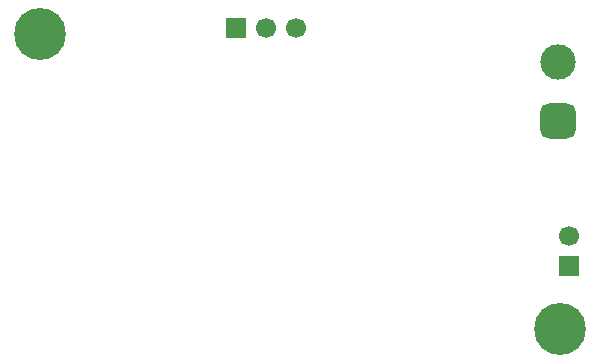
<source format=gbs>
G04 #@! TF.GenerationSoftware,KiCad,Pcbnew,9.0.2-9.0.2-0~ubuntu24.04.1*
G04 #@! TF.CreationDate,2025-05-13T17:43:29+02:00*
G04 #@! TF.ProjectId,RCFavoritControlBoard,52434661-766f-4726-9974-436f6e74726f,rev?*
G04 #@! TF.SameCoordinates,Original*
G04 #@! TF.FileFunction,Soldermask,Bot*
G04 #@! TF.FilePolarity,Negative*
%FSLAX46Y46*%
G04 Gerber Fmt 4.6, Leading zero omitted, Abs format (unit mm)*
G04 Created by KiCad (PCBNEW 9.0.2-9.0.2-0~ubuntu24.04.1) date 2025-05-13 17:43:29*
%MOMM*%
%LPD*%
G01*
G04 APERTURE LIST*
G04 Aperture macros list*
%AMRoundRect*
0 Rectangle with rounded corners*
0 $1 Rounding radius*
0 $2 $3 $4 $5 $6 $7 $8 $9 X,Y pos of 4 corners*
0 Add a 4 corners polygon primitive as box body*
4,1,4,$2,$3,$4,$5,$6,$7,$8,$9,$2,$3,0*
0 Add four circle primitives for the rounded corners*
1,1,$1+$1,$2,$3*
1,1,$1+$1,$4,$5*
1,1,$1+$1,$6,$7*
1,1,$1+$1,$8,$9*
0 Add four rect primitives between the rounded corners*
20,1,$1+$1,$2,$3,$4,$5,0*
20,1,$1+$1,$4,$5,$6,$7,0*
20,1,$1+$1,$6,$7,$8,$9,0*
20,1,$1+$1,$8,$9,$2,$3,0*%
G04 Aperture macros list end*
%ADD10C,4.400000*%
%ADD11RoundRect,0.750000X0.750000X-0.750000X0.750000X0.750000X-0.750000X0.750000X-0.750000X-0.750000X0*%
%ADD12C,3.000000*%
%ADD13R,1.700000X1.700000*%
%ADD14C,1.700000*%
G04 APERTURE END LIST*
D10*
G04 #@! TO.C,H2*
X125000000Y-79000000D03*
G04 #@! TD*
G04 #@! TO.C,H1*
X169000000Y-104000000D03*
G04 #@! TD*
D11*
G04 #@! TO.C,VBAT*
X168800000Y-86400000D03*
D12*
X168800000Y-81400000D03*
G04 #@! TD*
D13*
G04 #@! TO.C,MOTOR*
X169800000Y-98675000D03*
D14*
X169800000Y-96135000D03*
G04 #@! TD*
D13*
G04 #@! TO.C,J3*
X141560000Y-78500000D03*
D14*
X144100000Y-78500000D03*
X146640000Y-78500000D03*
G04 #@! TD*
M02*

</source>
